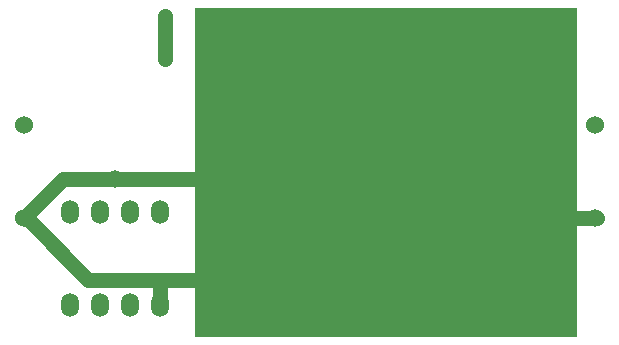
<source format=gbl>
G04 Layer: BottomLayer*
G04 EasyEDA Pro v2.2.45.4, 2025-12-13 17:00:57*
G04 Gerber Generator version 0.3*
G04 Scale: 100 percent, Rotated: No, Reflected: No*
G04 Dimensions in millimeters*
G04 Leading zeros omitted, absolute positions, 4 integers and 5 decimals*
G04 Generated by one-click*
%FSLAX45Y45*%
%MOMM*%
%ADD10C,1.524*%
%ADD11O,1.524X2.0*%
%ADD12C,0.61*%
%ADD13C,1.27*%
%ADD14C,0.8047*%
G75*


G04 Rect Start*
G36*
G01X-2527300Y-2489200D02*
G01X-2527300Y292100D01*
G01X711200Y292100D01*
G01X711200Y-2489200D01*
G01X-2527300Y-2489200D01*
G37*
G04 Rect End*

G04 Pad Start*
G54D10*
G01X863600Y-698500D03*
G01X863600Y-1485900D03*
G01X-3975100Y-698500D03*
G01X-3975100Y-1485900D03*
G01X-3200400Y-1155700D03*
G01X-152400Y-1562100D03*
G01X-1231900Y-1549400D03*
G01X-662236Y-1557487D03*
G54D11*
G01X-3581400Y-2223795D03*
G01X-3581400Y-1433805D03*
G01X-3327400Y-2223795D03*
G01X-3327400Y-1433805D03*
G01X-3073400Y-2223795D03*
G01X-3073400Y-1433805D03*
G01X-2819400Y-2223795D03*
G01X-2819400Y-1433805D03*
G04 Pad End*

G04 Via Start*
G54D12*
G01X-2781300Y-139700D03*
G01X-2781300Y228600D03*
G04 Via End*

G04 Track Start*
G54D13*
G01X-3975100Y-1485900D02*
G01X-3644900Y-1155700D01*
G01X-3200400Y-1155700D01*
G01X-2273300Y-1155700D01*
G01X-2819400Y-2006600D02*
G01X-2819400Y-2223795D01*
G01X-3034243Y-2006600D02*
G01X-2819400Y-2006600D01*
G01X-3034638Y-2006995D02*
G01X-3034243Y-2006600D01*
G01X-3428605Y-2006995D02*
G01X-3034638Y-2006995D01*
G01X-2819400Y-2006600D02*
G01X-2273300Y-2006600D01*
G01X-3975100Y-1485900D02*
G01X-3949700Y-1485900D01*
G01X-3428605Y-2006995D01*
G01X-2781300Y-139700D02*
G01X-2781300Y228600D01*
G01X876300Y-1485900D02*
G01X546100Y-1485900D01*
G04 Track End*

M02*


</source>
